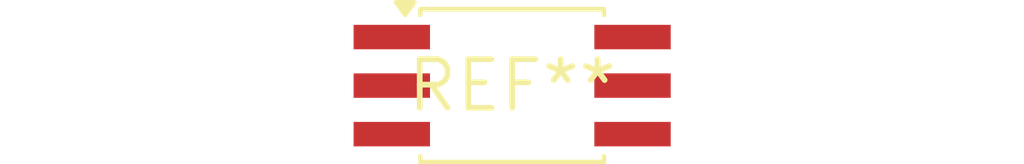
<source format=kicad_pcb>
(kicad_pcb (version 20240108) (generator pcbnew)
  (layers (0 "F.Cu" signal) (31 "B.Cu" signal) (34 "B.Paste" user) (35 "F.Paste" user) (36 "B.SilkS" user "B.Silkscreen") (37 "F.SilkS" user "F.Silkscreen") (38 "B.Mask" user) (39 "F.Mask" user) (44 "Edge.Cuts" user))
  (net 0 "")
  (footprint "SO-6_4.4x3.6mm_P1.27mm" (layer "F.Cu") (at 0 0)
    (property "Reference" "REF**")
    (property "Value" "SO-6_4.4x3.6mm_P1.27mm")
    (fp_line (start -2.4 -2) (end 2.4 -2) (layer "F.SilkS") (stroke (width 0.12)))
    (fp_line (start -2.4 -1.85) (end -2.4 -2) (layer "F.SilkS") (stroke (width 0.12)))
    (fp_line (start -2.4 2) (end -2.4 1.85) (layer "F.SilkS") (stroke (width 0.12)))
    (fp_line (start 2.4 -2) (end 2.4 -1.85) (layer "F.SilkS") (stroke (width 0.12)))
    (fp_line (start 2.4 2) (end -2.4 2) (layer "F.SilkS") (stroke (width 0.12)))
    (fp_line (start 2.4 2) (end 2.4 1.85) (layer "F.SilkS") (stroke (width 0.12)))
    (fp_poly (pts (xy -2.8 -1.85) (xy -3.04 -2.18) (xy -2.56 -2.18) (xy -2.8 -1.85)) (layer "F.SilkS") (stroke (width 0.12)) (fill solid))
    (pad "1" smd rect (at -3.15 -1.27) (size 2 0.64) (layers "F.Cu" "F.Paste" "F.Mask"))
    (pad "2" smd rect (at -3.15 0) (size 2 0.64) (layers "F.Cu" "F.Paste" "F.Mask"))
    (pad "3" smd rect (at -3.15 1.27) (size 2 0.64) (layers "F.Cu" "F.Paste" "F.Mask"))
    (pad "4" smd rect (at 3.15 1.27) (size 2 0.64) (layers "F.Cu" "F.Paste" "F.Mask"))
    (pad "5" smd rect (at 3.15 0) (size 2 0.64) (layers "F.Cu" "F.Paste" "F.Mask"))
    (pad "6" smd rect (at 3.15 -1.27) (size 2 0.64) (layers "F.Cu" "F.Paste" "F.Mask"))
  )
)
</source>
